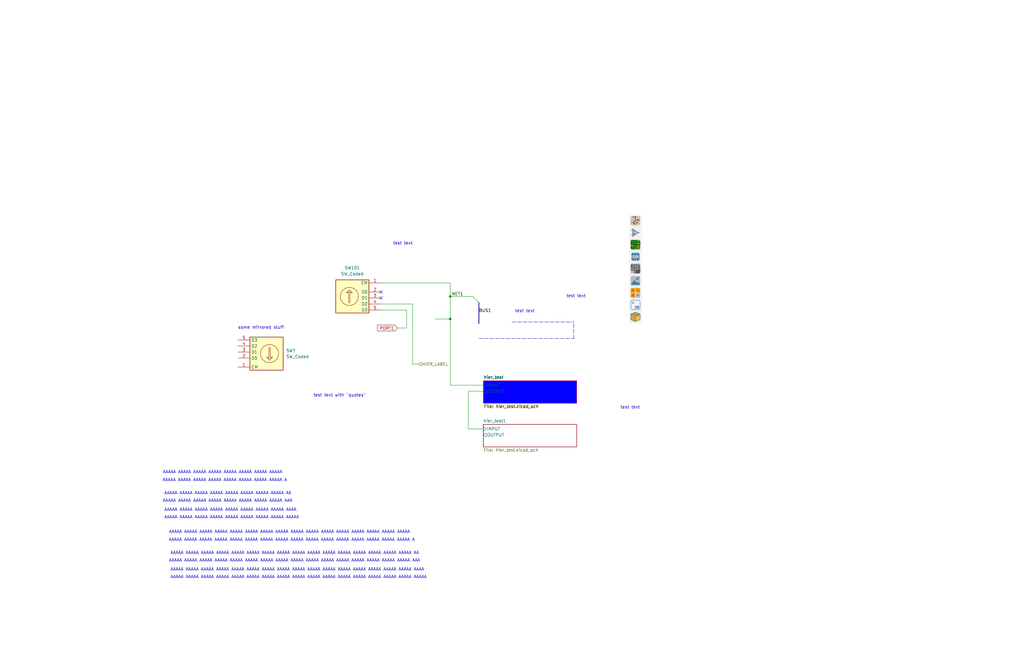
<source format=kicad_sch>
(kicad_sch (version 20211123) (generator eeschema)
  (paper "User" 431.8 279.4)
  (title_block (title "The title") (date "19.02.2022") (rev "A") (company "The company") (comment 1 "Comment 1") (comment 2 "Comment 2") (comment 3 "Comment 3") (comment 4 "Comment 4") (comment 5 "Comment 5") (comment 6 "Comment 6") (comment 7 "Comment 7") (comment 8 "Comment 8") (comment 9 "Comment 9"))
  (lib_symbols
    (symbol "Switch:SW_Coded"
      (property "Reference" "SW" (at -6.35 8.89 0))
      (property "Value" "SW_Coded" (at -6.35 -7.62 0))
      (symbol "SW_Coded_0_1"
        (circle (center -0.635 0.635) (radius 3.81))
        (polyline (pts (xy -0.889 -1.905) (xy -0.889 2.667) (xy -1.397 2.159) (xy -1.905 2.159) (xy -0.635 3.429) (xy 0.635 2.159) (xy 0.127 2.159) (xy -0.381 2.667) (xy -0.381 -1.905) (xy -0.889 -1.905) (xy -0.889 -1.905)))
        (rectangle (start 7.62 7.62) (end -6.35 -6.35) (stroke (width 0.254)) (fill (type background)))
      )
      (symbol "SW_Coded_1_1"
        (pin passive line (at 12.7 6.35 180) (length 5.08) (name "CM") (number "1"))
        (pin passive line (at 12.7 2.54 180) (length 5.08) (name "D0") (number "2"))
        (pin passive line (at 12.7 0 180) (length 5.08) (name "D1") (number "3"))
        (pin passive line (at 12.7 -2.54 180) (length 5.08) (name "D2") (number "4"))
        (pin passive line (at 12.7 -5.08 180) (length 5.08) (name "D3") (number "5"))
      )
    )
  )
  (junction (at 189.865 125.095))
  (junction (at 189.865 134.62))
  (no_connect (at 160.655 123.19))
  (no_connect (at 160.655 125.73))
  (bus_entry (at 199.39 125.095) (size 2.54 2.54))
  (wire (pts (xy 189.865 162.56) (xy 189.865 134.62)))
  (wire (pts (xy 176.53 153.67) (xy 173.99 153.67)))
  (polyline (pts (xy 201.93 142.875) (xy 241.935 142.875)))
  (wire (pts (xy 197.485 165.1) (xy 197.485 180.975)))
  (bus (pts (xy 201.93 127.635) (xy 201.93 136.525)))
  (wire (pts (xy 189.865 125.095) (xy 189.865 134.62)))
  (wire (pts (xy 189.865 125.095) (xy 199.39 125.095)))
  (polyline (pts (xy 241.935 142.875) (xy 241.935 135.89)))
  (wire (pts (xy 173.99 153.67) (xy 173.99 128.27)))
  (wire (pts (xy 160.655 130.81) (xy 171.45 130.81)))
  (wire (pts (xy 203.835 165.1) (xy 197.485 165.1)))
  (wire (pts (xy 173.99 128.27) (xy 160.655 128.27)))
  (wire (pts (xy 160.655 119.38) (xy 189.865 119.38)))
  (wire (pts (xy 189.865 134.62) (xy 183.515 134.62)))
  (wire (pts (xy 203.835 162.56) (xy 189.865 162.56)))
  (wire (pts (xy 171.45 138.43) (xy 167.64 138.43)))
  (polyline (pts (xy 215.9 135.89) (xy 241.935 135.89)))
  (wire (pts (xy 171.45 130.81) (xy 171.45 138.43)))
  (wire (pts (xy 189.865 119.38) (xy 189.865 125.095)))
  (wire (pts (xy 197.485 180.975) (xy 203.835 180.975)))
  (image (at 267.97 113.665))
  (text "AAAAA AAAAA AAAAA AAAAA AAAAA AAAAA AAAAA AAAAA AAAAA AAAAA AAAAA AAAAA AAAAA AAAAA AAAAA AAAAA" (at 71.17 225.2494 0) (effects (font (size 1.27 1.27)) (justify left bottom)))
  (text "AAAAA AAAAA AAAAA AAAAA AAAAA AAAAA AAAAA AAAAA AAAAA AAAAA AAAAA AAAAA AAAAA AAAAA AAAAA AAAAA A" (at 71.12 228.6 0) (effects (font (size 1.27 1.27)) (justify left bottom)))
  (text "AAAAA AAAAA AAAAA AAAAA AAAAA AAAAA AAAAA AAAAA AA" (at 69.215 208.915 0) (effects (font (size 1.27 1.27)) (justify left bottom)))
  (text "test text" (at 238.76 125.73 0) (effects (font (size 1.27 1.27)) (justify left bottom)))
  (text "AAAAA AAAAA AAAAA AAAAA AAAAA AAAAA AAAAA AAAAA AAAAA AAAAA AAAAA AAAAA AAAAA AAAAA AAAAA AAAAA AA" (at 71.805 234.1394 0) (effects (font (size 1.27 1.27)) (justify left bottom)))
  (text "AAAAA AAAAA AAAAA AAAAA AAAAA AAAAA AAAAA AAAAA A" (at 68.53 203.3756 0) (effects (font (size 1.27 1.27)) (justify left bottom)))
  (text "AAAAA AAAAA AAAAA AAAAA AAAAA AAAAA AAAAA AAAAA AAAA" (at 69.215 215.9 0) (effects (font (size 1.27 1.27)) (justify left bottom)))
  (text "some mirrored stuff" (at 100.33 139.065 0) (effects (font (size 1.27 1.27)) (justify left bottom)))
  (text "test text" (at 217.17 132.08 0) (effects (font (size 1.27 1.27)) (justify left bottom)))
  (text "test text" (at 165.735 103.505 0) (effects (font (size 1.27 1.27)) (justify left bottom)))
  (text "AAAAA AAAAA AAAAA AAAAA AAAAA AAAAA AAAAA AAAAA AAAAA AAAAA AAAAA AAAAA AAAAA AAAAA AAAAA AAAAA AAAA" (at 71.805 241.1244 0) (effects (font (size 1.27 1.27)) (justify left bottom)))
  (text "AAAAA AAAAA AAAAA AAAAA AAAAA AAAAA AAAAA AAAAA AAAAA AAAAA AAAAA AAAAA AAAAA AAAAA AAAAA AAAAA AAAAA" (at 71.805 244.2994 0) (effects (font (size 1.27 1.27)) (justify left bottom)))
  (text "AAAAA AAAAA AAAAA AAAAA AAAAA AAAAA AAAAA AAAAA AAAAA AAAAA AAAAA AAAAA AAAAA AAAAA AAAAA AAAAA AAA" (at 71.17 237.3144 0) (effects (font (size 1.27 1.27)) (justify left bottom)))
  (text "AAAAA AAAAA AAAAA AAAAA AAAAA AAAAA AAAAA AAAAA" (at 68.58 200.025 0) (effects (font (size 1.27 1.27)) (justify left bottom)))
  (text "test text with \"quotes\"" (at 132.08 167.64 0) (effects (font (size 1.27 1.27)) (justify left bottom)))
  (text "AAAAA AAAAA AAAAA AAAAA AAAAA AAAAA AAAAA AAAAA AAAAA" (at 69.215 219.075 0) (effects (font (size 1.27 1.27)) (justify left bottom)))
  (text "test text" (at 261.62 172.72 0) (effects (font (size 1.27 1.27)) (justify left bottom)))
  (text "AAAAA AAAAA AAAAA AAAAA AAAAA AAAAA AAAAA AAAAA AAA" (at 68.58 212.09 0) (effects (font (size 1.27 1.27)) (justify left bottom)))
  (label "BUS1" (at 201.93 132.08 0))
  (label "NET1" (at 190.5 125.095 0))
  (global_label "PORT1" (shape input) (at 167.64 138.43 180) (property "Intersheet References" "${INTERSHEET_REFS}" (effects hide)))
  (hierarchical_label "HIER_LABEL" (shape input) (at 176.53 153.67 0))
  (symbol (lib_id "Switch:SW_Coded") (at 113.03 148.59 180) (unit 1)
    (property "Reference" "SW?" (at 120.65 147.9549 0) (effects (justify right)))
    (property "Value" "SW_Coded" (at 120.65 150.4949 0) (effects (justify right)))
    (property "Footprint" "Connector_Phoenix_MC:PhoenixContact_MCV_1,5_4-G-3.5_1x04_P3.50mm_Vertical" (effects hide))
  )
  (symbol (lib_id "Switch:SW_Coded") (at 147.955 125.73 0) (unit 1)
    (property "Reference" "SW101" (at 148.59 113.03 0))
    (property "Value" "SW_Coded" (at 148.59 115.57 0))
    (property "Footprint" "Connector_Phoenix_MC:PhoenixContact_MCV_1,5_4-G-3.5_1x04_P3.50mm_Vertical" (effects hide))
  )
  (sheet (at 203.835 160.655) (size 39.37 9.525) (stroke (width 0.1524) (color 255 0 20 1)) (fill (color 4 0 255 1.0000))
    (property "Sheet name" "hier_test" (at 203.835 159.9434 0) (effects (font bold italic) (justify left bottom)))
    (property "Sheet file" "hier_test.kicad_sch" (at 203.835 170.7646 0) (effects (font bold italic) (justify left top)))
    (pin "INPUT" input (at 203.835 162.56 180))
    (pin "OUTPUT" output (at 203.835 165.1 180))
  )
  (sheet (at 203.835 179.07) (size 39.37 9.525) (stroke (width 0.1524))
    (property "Sheet name" "hier_test1" (at 203.835 178.3584 0) (effects (justify left bottom)))
    (property "Sheet file" "hier_test.kicad_sch" (at 203.835 189.1796 0) (effects (justify left top)))
    (pin "INPUT" input (at 203.835 180.975 180))
    (pin "OUTPUT" output (at 203.835 183.515 180))
  )
)
</source>
